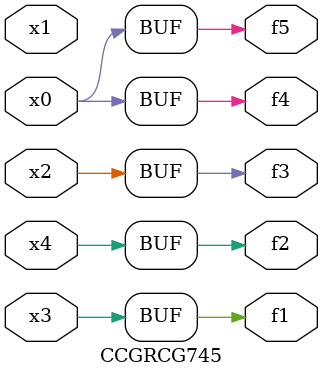
<source format=v>
module CCGRCG745(
	input x0, x1, x2, x3, x4,
	output f1, f2, f3, f4, f5
);
	assign f1 = x3;
	assign f2 = x4;
	assign f3 = x2;
	assign f4 = x0;
	assign f5 = x0;
endmodule

</source>
